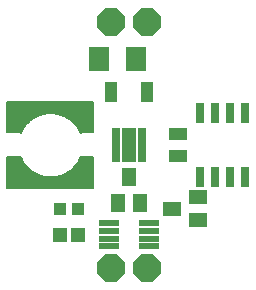
<source format=gts>
G75*
%MOIN*%
%OFA0B0*%
%FSLAX25Y25*%
%IPPOS*%
%LPD*%
%AMOC8*
5,1,8,0,0,1.08239X$1,22.5*
%
%ADD10R,0.05918X0.04343*%
%ADD11R,0.02965X0.06706*%
%ADD12R,0.04737X0.06312*%
%ADD13R,0.02965X0.11824*%
%ADD14R,0.04737X0.11824*%
%ADD15OC8,0.09400*%
%ADD16R,0.05800X0.05800*%
%ADD17C,0.00500*%
%ADD18C,0.00160*%
%ADD19R,0.07099X0.08280*%
%ADD20R,0.04343X0.07099*%
%ADD21R,0.07099X0.01981*%
%ADD22R,0.04540X0.04540*%
%ADD23R,0.03950X0.03950*%
%ADD24R,0.06312X0.04737*%
D10*
X0062850Y0044110D03*
X0062850Y0051590D03*
D11*
X0070350Y0058480D03*
X0075350Y0058480D03*
X0080350Y0058480D03*
X0085350Y0058480D03*
X0085350Y0037220D03*
X0080350Y0037220D03*
X0075350Y0037220D03*
X0070350Y0037220D03*
D12*
X0050340Y0028519D03*
X0042860Y0028519D03*
X0046600Y0037181D03*
D13*
X0042171Y0047850D03*
X0051029Y0047850D03*
D14*
X0046600Y0047850D03*
D15*
X0040600Y0088850D03*
X0052600Y0088850D03*
X0052600Y0006850D03*
X0040600Y0006850D03*
D16*
X0008539Y0036039D03*
X0008539Y0059661D03*
D17*
X0005980Y0059680D02*
X0034720Y0059680D01*
X0034720Y0059182D02*
X0005980Y0059182D01*
X0005980Y0058683D02*
X0018277Y0058683D01*
X0017721Y0058680D02*
X0016418Y0058454D01*
X0015169Y0058018D01*
X0014009Y0057383D01*
X0012969Y0056566D01*
X0012077Y0055589D01*
X0011357Y0054479D01*
X0010829Y0053267D01*
X0010507Y0051984D01*
X0005980Y0051984D01*
X0005980Y0062220D01*
X0034720Y0062220D01*
X0034720Y0051984D01*
X0030193Y0051984D01*
X0029830Y0053241D01*
X0029276Y0054426D01*
X0028542Y0055510D01*
X0027649Y0056466D01*
X0026617Y0057270D01*
X0025471Y0057903D01*
X0024241Y0058349D01*
X0022956Y0058597D01*
X0021649Y0058641D01*
X0020350Y0058480D01*
X0019044Y0058688D01*
X0017721Y0058680D01*
X0019076Y0058683D02*
X0034720Y0058683D01*
X0034720Y0058185D02*
X0024695Y0058185D01*
X0025864Y0057686D02*
X0034720Y0057686D01*
X0034720Y0057188D02*
X0026723Y0057188D01*
X0027362Y0056689D02*
X0034720Y0056689D01*
X0034720Y0056191D02*
X0027906Y0056191D01*
X0028372Y0055692D02*
X0034720Y0055692D01*
X0034720Y0055194D02*
X0028757Y0055194D01*
X0029094Y0054695D02*
X0034720Y0054695D01*
X0034720Y0054197D02*
X0029383Y0054197D01*
X0029616Y0053698D02*
X0034720Y0053698D01*
X0034720Y0053200D02*
X0029842Y0053200D01*
X0029986Y0052701D02*
X0034720Y0052701D01*
X0034720Y0052203D02*
X0030129Y0052203D01*
X0034720Y0060179D02*
X0005980Y0060179D01*
X0005980Y0060677D02*
X0034720Y0060677D01*
X0034720Y0061176D02*
X0005980Y0061176D01*
X0005980Y0061674D02*
X0034720Y0061674D01*
X0034720Y0062173D02*
X0005980Y0062173D01*
X0005980Y0058185D02*
X0015647Y0058185D01*
X0014564Y0057686D02*
X0005980Y0057686D01*
X0005980Y0057188D02*
X0013761Y0057188D01*
X0013127Y0056689D02*
X0005980Y0056689D01*
X0005980Y0056191D02*
X0012627Y0056191D01*
X0012171Y0055692D02*
X0005980Y0055692D01*
X0005980Y0055194D02*
X0011821Y0055194D01*
X0011497Y0054695D02*
X0005980Y0054695D01*
X0005980Y0054197D02*
X0011234Y0054197D01*
X0011017Y0053698D02*
X0005980Y0053698D01*
X0005980Y0053200D02*
X0010813Y0053200D01*
X0010687Y0052701D02*
X0005980Y0052701D01*
X0005980Y0052203D02*
X0010562Y0052203D01*
X0010507Y0043716D02*
X0005980Y0043716D01*
X0005980Y0033480D01*
X0034720Y0033480D01*
X0034720Y0043716D01*
X0030193Y0043716D01*
X0029871Y0042433D01*
X0029343Y0041221D01*
X0028623Y0040111D01*
X0027731Y0039134D01*
X0026691Y0038317D01*
X0025531Y0037682D01*
X0024282Y0037246D01*
X0022979Y0037020D01*
X0021656Y0037012D01*
X0020350Y0037220D01*
X0019051Y0037059D01*
X0017744Y0037103D01*
X0016459Y0037351D01*
X0015229Y0037797D01*
X0014083Y0038430D01*
X0013051Y0039234D01*
X0012158Y0040190D01*
X0011424Y0041274D01*
X0010870Y0042459D01*
X0010507Y0043716D01*
X0010648Y0043229D02*
X0005980Y0043229D01*
X0005980Y0042731D02*
X0010791Y0042731D01*
X0010976Y0042232D02*
X0005980Y0042232D01*
X0005980Y0041734D02*
X0011209Y0041734D01*
X0011450Y0041235D02*
X0005980Y0041235D01*
X0005980Y0040737D02*
X0011787Y0040737D01*
X0012125Y0040238D02*
X0005980Y0040238D01*
X0005980Y0039740D02*
X0012578Y0039740D01*
X0013044Y0039241D02*
X0005980Y0039241D01*
X0005980Y0038743D02*
X0013681Y0038743D01*
X0014419Y0038244D02*
X0005980Y0038244D01*
X0005980Y0037746D02*
X0015369Y0037746D01*
X0016995Y0037247D02*
X0005980Y0037247D01*
X0005980Y0036749D02*
X0034720Y0036749D01*
X0034720Y0037247D02*
X0024286Y0037247D01*
X0025647Y0037746D02*
X0034720Y0037746D01*
X0034720Y0038244D02*
X0026557Y0038244D01*
X0027232Y0038743D02*
X0034720Y0038743D01*
X0034720Y0039241D02*
X0027828Y0039241D01*
X0028284Y0039740D02*
X0034720Y0039740D01*
X0034720Y0040238D02*
X0028706Y0040238D01*
X0029029Y0040737D02*
X0034720Y0040737D01*
X0034720Y0041235D02*
X0029349Y0041235D01*
X0029566Y0041734D02*
X0034720Y0041734D01*
X0034720Y0042232D02*
X0029783Y0042232D01*
X0029945Y0042731D02*
X0034720Y0042731D01*
X0034720Y0043229D02*
X0030070Y0043229D01*
X0034720Y0036250D02*
X0005980Y0036250D01*
X0005980Y0035752D02*
X0034720Y0035752D01*
X0034720Y0035253D02*
X0005980Y0035253D01*
X0005980Y0034755D02*
X0034720Y0034755D01*
X0034720Y0034256D02*
X0005980Y0034256D01*
X0005980Y0033758D02*
X0034720Y0033758D01*
D18*
X0031454Y0052493D02*
X0030127Y0051935D01*
X0030022Y0052173D01*
X0029910Y0052408D01*
X0029794Y0052640D01*
X0029671Y0052869D01*
X0029543Y0053095D01*
X0029409Y0053318D01*
X0029270Y0053538D01*
X0029126Y0053754D01*
X0028976Y0053967D01*
X0028822Y0054176D01*
X0028662Y0054381D01*
X0028497Y0054582D01*
X0028328Y0054779D01*
X0028154Y0054972D01*
X0027975Y0055160D01*
X0027791Y0055344D01*
X0027603Y0055524D01*
X0027411Y0055699D01*
X0027214Y0055869D01*
X0027014Y0056034D01*
X0026809Y0056195D01*
X0026601Y0056350D01*
X0026389Y0056500D01*
X0026173Y0056646D01*
X0025954Y0056785D01*
X0025732Y0056920D01*
X0025506Y0057048D01*
X0025277Y0057172D01*
X0025045Y0057290D01*
X0024811Y0057402D01*
X0024574Y0057508D01*
X0024334Y0057608D01*
X0024092Y0057703D01*
X0023847Y0057792D01*
X0023601Y0057874D01*
X0023353Y0057951D01*
X0023102Y0058021D01*
X0022851Y0058086D01*
X0022597Y0058144D01*
X0022343Y0058196D01*
X0022087Y0058242D01*
X0021830Y0058282D01*
X0021572Y0058315D01*
X0021313Y0058342D01*
X0021054Y0058363D01*
X0020795Y0058377D01*
X0020535Y0058385D01*
X0020275Y0058387D01*
X0020015Y0058382D01*
X0019756Y0058371D01*
X0019496Y0058354D01*
X0019237Y0058330D01*
X0018979Y0058300D01*
X0018722Y0058264D01*
X0018465Y0058222D01*
X0018210Y0058173D01*
X0017956Y0058118D01*
X0017703Y0058057D01*
X0017452Y0057990D01*
X0017203Y0057916D01*
X0016955Y0057837D01*
X0016710Y0057751D01*
X0016467Y0057660D01*
X0016225Y0057563D01*
X0015987Y0057460D01*
X0015751Y0057351D01*
X0015518Y0057236D01*
X0015287Y0057116D01*
X0015060Y0056990D01*
X0014836Y0056858D01*
X0014615Y0056722D01*
X0014397Y0056579D01*
X0014183Y0056432D01*
X0013973Y0056279D01*
X0013766Y0056122D01*
X0013563Y0055959D01*
X0013365Y0055791D01*
X0013170Y0055619D01*
X0012980Y0055442D01*
X0012794Y0055260D01*
X0012612Y0055074D01*
X0012436Y0054883D01*
X0012263Y0054689D01*
X0012096Y0054490D01*
X0011934Y0054287D01*
X0011776Y0054080D01*
X0011624Y0053869D01*
X0011477Y0053655D01*
X0011335Y0053437D01*
X0011199Y0053216D01*
X0011067Y0052992D01*
X0010942Y0052764D01*
X0010822Y0052533D01*
X0010708Y0052300D01*
X0010599Y0052064D01*
X0010496Y0051825D01*
X0009163Y0052368D01*
X0009279Y0052640D01*
X0009402Y0052908D01*
X0009532Y0053173D01*
X0009668Y0053435D01*
X0009810Y0053694D01*
X0009959Y0053949D01*
X0010114Y0054201D01*
X0010275Y0054448D01*
X0010442Y0054692D01*
X0010615Y0054931D01*
X0010793Y0055166D01*
X0010978Y0055397D01*
X0011168Y0055623D01*
X0011363Y0055844D01*
X0011564Y0056061D01*
X0011770Y0056272D01*
X0011981Y0056479D01*
X0012197Y0056680D01*
X0012418Y0056876D01*
X0012643Y0057067D01*
X0012873Y0057252D01*
X0013108Y0057431D01*
X0013347Y0057604D01*
X0013590Y0057772D01*
X0013837Y0057934D01*
X0014088Y0058089D01*
X0014343Y0058239D01*
X0014601Y0058382D01*
X0014863Y0058519D01*
X0015128Y0058649D01*
X0015396Y0058773D01*
X0015667Y0058890D01*
X0015941Y0059001D01*
X0016217Y0059105D01*
X0016496Y0059202D01*
X0016777Y0059292D01*
X0017060Y0059375D01*
X0017345Y0059452D01*
X0017632Y0059521D01*
X0017921Y0059584D01*
X0018211Y0059639D01*
X0018502Y0059687D01*
X0018795Y0059729D01*
X0019088Y0059763D01*
X0019382Y0059789D01*
X0019677Y0059809D01*
X0019972Y0059822D01*
X0020267Y0059827D01*
X0020562Y0059825D01*
X0020857Y0059816D01*
X0021152Y0059799D01*
X0021447Y0059776D01*
X0021740Y0059745D01*
X0022033Y0059707D01*
X0022325Y0059662D01*
X0022616Y0059610D01*
X0022905Y0059551D01*
X0023193Y0059485D01*
X0023479Y0059411D01*
X0023763Y0059331D01*
X0024045Y0059244D01*
X0024325Y0059150D01*
X0024602Y0059049D01*
X0024877Y0058942D01*
X0025150Y0058828D01*
X0025419Y0058707D01*
X0025686Y0058579D01*
X0025949Y0058446D01*
X0026209Y0058305D01*
X0026465Y0058159D01*
X0026718Y0058006D01*
X0026967Y0057847D01*
X0027212Y0057682D01*
X0027452Y0057512D01*
X0027689Y0057335D01*
X0027921Y0057153D01*
X0028149Y0056965D01*
X0028372Y0056771D01*
X0028590Y0056572D01*
X0028804Y0056368D01*
X0029012Y0056159D01*
X0029215Y0055945D01*
X0029413Y0055725D01*
X0029605Y0055501D01*
X0029792Y0055273D01*
X0029974Y0055040D01*
X0030149Y0054802D01*
X0030319Y0054561D01*
X0030483Y0054315D01*
X0030640Y0054065D01*
X0030792Y0053812D01*
X0030937Y0053555D01*
X0031076Y0053294D01*
X0031209Y0053031D01*
X0031335Y0052764D01*
X0031455Y0052494D01*
X0031315Y0052435D01*
X0031197Y0052702D01*
X0031073Y0052965D01*
X0030942Y0053226D01*
X0030804Y0053483D01*
X0030661Y0053737D01*
X0030511Y0053987D01*
X0030356Y0054234D01*
X0030194Y0054476D01*
X0030026Y0054715D01*
X0029853Y0054949D01*
X0029674Y0055179D01*
X0029489Y0055405D01*
X0029299Y0055626D01*
X0029104Y0055843D01*
X0028903Y0056054D01*
X0028698Y0056261D01*
X0028487Y0056462D01*
X0028271Y0056659D01*
X0028051Y0056850D01*
X0027826Y0057035D01*
X0027597Y0057215D01*
X0027363Y0057390D01*
X0027125Y0057558D01*
X0026883Y0057721D01*
X0026638Y0057878D01*
X0026388Y0058029D01*
X0026135Y0058174D01*
X0025878Y0058312D01*
X0025618Y0058444D01*
X0025355Y0058570D01*
X0025089Y0058689D01*
X0024820Y0058802D01*
X0024549Y0058908D01*
X0024275Y0059008D01*
X0023998Y0059100D01*
X0023720Y0059186D01*
X0023439Y0059266D01*
X0023157Y0059338D01*
X0022873Y0059403D01*
X0022587Y0059462D01*
X0022300Y0059513D01*
X0022012Y0059558D01*
X0021723Y0059595D01*
X0021433Y0059625D01*
X0021142Y0059649D01*
X0020851Y0059665D01*
X0020559Y0059674D01*
X0020268Y0059676D01*
X0019976Y0059671D01*
X0019685Y0059658D01*
X0019394Y0059639D01*
X0019104Y0059612D01*
X0018814Y0059579D01*
X0018525Y0059538D01*
X0018238Y0059490D01*
X0017951Y0059436D01*
X0017666Y0059374D01*
X0017383Y0059306D01*
X0017101Y0059230D01*
X0016822Y0059148D01*
X0016544Y0059059D01*
X0016269Y0058963D01*
X0015996Y0058860D01*
X0015725Y0058751D01*
X0015458Y0058635D01*
X0015193Y0058513D01*
X0014932Y0058384D01*
X0014673Y0058249D01*
X0014418Y0058108D01*
X0014167Y0057960D01*
X0013919Y0057807D01*
X0013675Y0057647D01*
X0013435Y0057482D01*
X0013199Y0057310D01*
X0012967Y0057133D01*
X0012740Y0056951D01*
X0012517Y0056762D01*
X0012299Y0056569D01*
X0012086Y0056370D01*
X0011877Y0056166D01*
X0011674Y0055957D01*
X0011476Y0055744D01*
X0011283Y0055525D01*
X0011095Y0055302D01*
X0010913Y0055074D01*
X0010737Y0054842D01*
X0010566Y0054605D01*
X0010401Y0054365D01*
X0010242Y0054121D01*
X0010089Y0053872D01*
X0009942Y0053620D01*
X0009802Y0053365D01*
X0009667Y0053106D01*
X0009539Y0052844D01*
X0009418Y0052579D01*
X0009302Y0052311D01*
X0009442Y0052254D01*
X0009556Y0052519D01*
X0009676Y0052781D01*
X0009802Y0053039D01*
X0009935Y0053295D01*
X0010074Y0053547D01*
X0010219Y0053795D01*
X0010370Y0054040D01*
X0010527Y0054282D01*
X0010690Y0054519D01*
X0010858Y0054753D01*
X0011033Y0054982D01*
X0011212Y0055207D01*
X0011398Y0055427D01*
X0011588Y0055643D01*
X0011784Y0055854D01*
X0011985Y0056060D01*
X0012190Y0056261D01*
X0012401Y0056458D01*
X0012616Y0056649D01*
X0012836Y0056834D01*
X0013061Y0057015D01*
X0013289Y0057189D01*
X0013522Y0057359D01*
X0013759Y0057522D01*
X0014000Y0057680D01*
X0014245Y0057831D01*
X0014493Y0057977D01*
X0014745Y0058116D01*
X0015000Y0058250D01*
X0015258Y0058377D01*
X0015520Y0058497D01*
X0015784Y0058612D01*
X0016051Y0058719D01*
X0016320Y0058821D01*
X0016592Y0058915D01*
X0016866Y0059003D01*
X0017142Y0059085D01*
X0017421Y0059159D01*
X0017700Y0059227D01*
X0017982Y0059288D01*
X0018264Y0059342D01*
X0018548Y0059389D01*
X0018833Y0059429D01*
X0019119Y0059462D01*
X0019406Y0059488D01*
X0019693Y0059508D01*
X0019981Y0059520D01*
X0020269Y0059525D01*
X0020557Y0059523D01*
X0020844Y0059514D01*
X0021132Y0059498D01*
X0021419Y0059475D01*
X0021705Y0059445D01*
X0021990Y0059408D01*
X0022275Y0059364D01*
X0022558Y0059314D01*
X0022840Y0059256D01*
X0023121Y0059191D01*
X0023400Y0059120D01*
X0023677Y0059042D01*
X0023952Y0058957D01*
X0024225Y0058865D01*
X0024495Y0058767D01*
X0024763Y0058662D01*
X0025029Y0058551D01*
X0025292Y0058433D01*
X0025551Y0058309D01*
X0025808Y0058178D01*
X0026061Y0058042D01*
X0026311Y0057899D01*
X0026558Y0057750D01*
X0026800Y0057595D01*
X0027039Y0057435D01*
X0027274Y0057268D01*
X0027505Y0057096D01*
X0027731Y0056918D01*
X0027953Y0056735D01*
X0028171Y0056546D01*
X0028383Y0056352D01*
X0028591Y0056153D01*
X0028794Y0055949D01*
X0028993Y0055741D01*
X0029185Y0055527D01*
X0029373Y0055309D01*
X0029555Y0055086D01*
X0029732Y0054859D01*
X0029903Y0054627D01*
X0030069Y0054392D01*
X0030228Y0054152D01*
X0030382Y0053909D01*
X0030530Y0053662D01*
X0030672Y0053411D01*
X0030807Y0053157D01*
X0030937Y0052900D01*
X0031060Y0052640D01*
X0031176Y0052377D01*
X0031037Y0052318D01*
X0030922Y0052578D01*
X0030800Y0052835D01*
X0030673Y0053089D01*
X0030539Y0053339D01*
X0030399Y0053587D01*
X0030253Y0053830D01*
X0030101Y0054071D01*
X0029944Y0054307D01*
X0029780Y0054540D01*
X0029611Y0054768D01*
X0029437Y0054992D01*
X0029257Y0055212D01*
X0029072Y0055428D01*
X0028881Y0055639D01*
X0028686Y0055845D01*
X0028485Y0056046D01*
X0028280Y0056242D01*
X0028070Y0056434D01*
X0027855Y0056620D01*
X0027636Y0056801D01*
X0027412Y0056976D01*
X0027185Y0057146D01*
X0026953Y0057311D01*
X0026717Y0057469D01*
X0026477Y0057622D01*
X0026234Y0057769D01*
X0025988Y0057910D01*
X0025737Y0058045D01*
X0025484Y0058174D01*
X0025228Y0058296D01*
X0024968Y0058412D01*
X0024706Y0058522D01*
X0024442Y0058626D01*
X0024175Y0058723D01*
X0023905Y0058813D01*
X0023634Y0058897D01*
X0023360Y0058974D01*
X0023085Y0059045D01*
X0022808Y0059108D01*
X0022530Y0059165D01*
X0022250Y0059215D01*
X0021969Y0059259D01*
X0021687Y0059295D01*
X0021405Y0059325D01*
X0021121Y0059347D01*
X0020838Y0059363D01*
X0020554Y0059372D01*
X0020270Y0059374D01*
X0019985Y0059369D01*
X0019702Y0059357D01*
X0019418Y0059338D01*
X0019135Y0059312D01*
X0018853Y0059279D01*
X0018571Y0059240D01*
X0018291Y0059193D01*
X0018012Y0059140D01*
X0017734Y0059080D01*
X0017458Y0059013D01*
X0017184Y0058939D01*
X0016911Y0058859D01*
X0016640Y0058772D01*
X0016372Y0058679D01*
X0016106Y0058579D01*
X0015843Y0058472D01*
X0015582Y0058360D01*
X0015324Y0058241D01*
X0015069Y0058115D01*
X0014817Y0057984D01*
X0014568Y0057846D01*
X0014323Y0057702D01*
X0014082Y0057552D01*
X0013844Y0057397D01*
X0013610Y0057236D01*
X0013380Y0057069D01*
X0013154Y0056896D01*
X0012933Y0056718D01*
X0012716Y0056535D01*
X0012503Y0056346D01*
X0012295Y0056153D01*
X0012092Y0055954D01*
X0011894Y0055750D01*
X0011700Y0055542D01*
X0011512Y0055329D01*
X0011330Y0055111D01*
X0011152Y0054890D01*
X0010980Y0054663D01*
X0010814Y0054433D01*
X0010653Y0054199D01*
X0010498Y0053960D01*
X0010349Y0053719D01*
X0010206Y0053473D01*
X0010069Y0053224D01*
X0009938Y0052972D01*
X0009813Y0052717D01*
X0009694Y0052459D01*
X0009582Y0052197D01*
X0009722Y0052140D01*
X0009833Y0052398D01*
X0009950Y0052653D01*
X0010073Y0052905D01*
X0010202Y0053154D01*
X0010338Y0053399D01*
X0010479Y0053642D01*
X0010626Y0053880D01*
X0010779Y0054115D01*
X0010938Y0054347D01*
X0011102Y0054574D01*
X0011272Y0054797D01*
X0011447Y0055016D01*
X0011627Y0055231D01*
X0011813Y0055441D01*
X0012004Y0055647D01*
X0012199Y0055848D01*
X0012400Y0056044D01*
X0012605Y0056235D01*
X0012815Y0056421D01*
X0013029Y0056602D01*
X0013248Y0056778D01*
X0013471Y0056948D01*
X0013698Y0057113D01*
X0013929Y0057272D01*
X0014163Y0057425D01*
X0014402Y0057573D01*
X0014644Y0057715D01*
X0014889Y0057851D01*
X0015138Y0057981D01*
X0015389Y0058104D01*
X0015644Y0058222D01*
X0015901Y0058333D01*
X0016161Y0058438D01*
X0016424Y0058537D01*
X0016689Y0058629D01*
X0016956Y0058715D01*
X0017225Y0058794D01*
X0017496Y0058867D01*
X0017768Y0058933D01*
X0018042Y0058992D01*
X0018318Y0059045D01*
X0018594Y0059090D01*
X0018872Y0059130D01*
X0019151Y0059162D01*
X0019430Y0059187D01*
X0019710Y0059206D01*
X0019990Y0059218D01*
X0020270Y0059223D01*
X0020551Y0059221D01*
X0020831Y0059212D01*
X0021111Y0059197D01*
X0021391Y0059174D01*
X0021670Y0059145D01*
X0021948Y0059109D01*
X0022225Y0059067D01*
X0022501Y0059017D01*
X0022776Y0058961D01*
X0023049Y0058898D01*
X0023321Y0058828D01*
X0023591Y0058752D01*
X0023859Y0058669D01*
X0024125Y0058580D01*
X0024388Y0058485D01*
X0024649Y0058382D01*
X0024908Y0058274D01*
X0025164Y0058159D01*
X0025417Y0058038D01*
X0025667Y0057911D01*
X0025914Y0057778D01*
X0026157Y0057639D01*
X0026397Y0057494D01*
X0026634Y0057343D01*
X0026867Y0057187D01*
X0027095Y0057024D01*
X0027320Y0056857D01*
X0027541Y0056684D01*
X0027757Y0056505D01*
X0027969Y0056321D01*
X0028176Y0056133D01*
X0028379Y0055939D01*
X0028577Y0055740D01*
X0028770Y0055537D01*
X0028958Y0055328D01*
X0029141Y0055116D01*
X0029318Y0054899D01*
X0029491Y0054677D01*
X0029657Y0054452D01*
X0029819Y0054222D01*
X0029974Y0053989D01*
X0030124Y0053752D01*
X0030268Y0053511D01*
X0030406Y0053267D01*
X0030538Y0053020D01*
X0030664Y0052769D01*
X0030784Y0052516D01*
X0030898Y0052259D01*
X0030759Y0052201D01*
X0030646Y0052454D01*
X0030528Y0052704D01*
X0030404Y0052951D01*
X0030273Y0053195D01*
X0030137Y0053436D01*
X0029995Y0053674D01*
X0029847Y0053908D01*
X0029693Y0054138D01*
X0029534Y0054364D01*
X0029370Y0054587D01*
X0029200Y0054805D01*
X0029024Y0055019D01*
X0028844Y0055229D01*
X0028659Y0055435D01*
X0028468Y0055635D01*
X0028273Y0055831D01*
X0028073Y0056023D01*
X0027868Y0056209D01*
X0027659Y0056390D01*
X0027446Y0056566D01*
X0027228Y0056737D01*
X0027006Y0056903D01*
X0026780Y0057063D01*
X0026551Y0057217D01*
X0026317Y0057366D01*
X0026080Y0057509D01*
X0025840Y0057646D01*
X0025597Y0057778D01*
X0025350Y0057903D01*
X0025100Y0058022D01*
X0024848Y0058136D01*
X0024592Y0058243D01*
X0024335Y0058343D01*
X0024075Y0058438D01*
X0023812Y0058526D01*
X0023548Y0058607D01*
X0023281Y0058683D01*
X0023013Y0058751D01*
X0022744Y0058813D01*
X0022472Y0058869D01*
X0022200Y0058918D01*
X0021927Y0058960D01*
X0021652Y0058995D01*
X0021377Y0059024D01*
X0021101Y0059046D01*
X0020825Y0059061D01*
X0020548Y0059070D01*
X0020271Y0059072D01*
X0019995Y0059067D01*
X0019718Y0059055D01*
X0019442Y0059037D01*
X0019166Y0059012D01*
X0018891Y0058980D01*
X0018617Y0058941D01*
X0018344Y0058896D01*
X0018073Y0058844D01*
X0017802Y0058786D01*
X0017533Y0058720D01*
X0017266Y0058649D01*
X0017000Y0058571D01*
X0016737Y0058486D01*
X0016475Y0058395D01*
X0016216Y0058298D01*
X0015960Y0058194D01*
X0015706Y0058084D01*
X0015455Y0057968D01*
X0015206Y0057846D01*
X0014961Y0057718D01*
X0014719Y0057584D01*
X0014480Y0057444D01*
X0014245Y0057298D01*
X0014013Y0057147D01*
X0013785Y0056990D01*
X0013561Y0056827D01*
X0013341Y0056659D01*
X0013126Y0056486D01*
X0012914Y0056307D01*
X0012707Y0056124D01*
X0012505Y0055935D01*
X0012307Y0055742D01*
X0012114Y0055543D01*
X0011925Y0055341D01*
X0011742Y0055133D01*
X0011564Y0054921D01*
X0011391Y0054705D01*
X0011224Y0054485D01*
X0011062Y0054260D01*
X0010905Y0054032D01*
X0010754Y0053800D01*
X0010609Y0053565D01*
X0010469Y0053326D01*
X0010336Y0053083D01*
X0010208Y0052838D01*
X0010087Y0052589D01*
X0009971Y0052338D01*
X0009862Y0052084D01*
X0010002Y0052027D01*
X0010110Y0052277D01*
X0010224Y0052525D01*
X0010344Y0052771D01*
X0010469Y0053013D01*
X0010601Y0053252D01*
X0010739Y0053488D01*
X0010882Y0053720D01*
X0011031Y0053949D01*
X0011186Y0054174D01*
X0011346Y0054396D01*
X0011511Y0054613D01*
X0011681Y0054826D01*
X0011857Y0055035D01*
X0012038Y0055240D01*
X0012224Y0055440D01*
X0012414Y0055636D01*
X0012609Y0055826D01*
X0012809Y0056012D01*
X0013013Y0056194D01*
X0013222Y0056370D01*
X0013435Y0056541D01*
X0013652Y0056706D01*
X0013873Y0056867D01*
X0014098Y0057022D01*
X0014326Y0057171D01*
X0014558Y0057315D01*
X0014794Y0057453D01*
X0015033Y0057585D01*
X0015275Y0057712D01*
X0015520Y0057832D01*
X0015768Y0057947D01*
X0016018Y0058055D01*
X0016272Y0058157D01*
X0016527Y0058253D01*
X0016785Y0058343D01*
X0017045Y0058426D01*
X0017307Y0058504D01*
X0017571Y0058574D01*
X0017836Y0058638D01*
X0018103Y0058696D01*
X0018371Y0058747D01*
X0018640Y0058792D01*
X0018911Y0058830D01*
X0019182Y0058861D01*
X0019454Y0058886D01*
X0019726Y0058904D01*
X0019999Y0058916D01*
X0020272Y0058921D01*
X0020545Y0058919D01*
X0020818Y0058911D01*
X0021091Y0058895D01*
X0021363Y0058874D01*
X0021634Y0058845D01*
X0021905Y0058810D01*
X0022175Y0058769D01*
X0022444Y0058721D01*
X0022711Y0058666D01*
X0022977Y0058605D01*
X0023242Y0058537D01*
X0023505Y0058463D01*
X0023766Y0058382D01*
X0024024Y0058295D01*
X0024281Y0058202D01*
X0024535Y0058103D01*
X0024787Y0057997D01*
X0025036Y0057886D01*
X0025283Y0057768D01*
X0025526Y0057644D01*
X0025766Y0057515D01*
X0026004Y0057379D01*
X0026237Y0057238D01*
X0026467Y0057091D01*
X0026694Y0056939D01*
X0026917Y0056781D01*
X0027136Y0056618D01*
X0027350Y0056449D01*
X0027561Y0056275D01*
X0027767Y0056097D01*
X0027969Y0055913D01*
X0028167Y0055724D01*
X0028359Y0055531D01*
X0028547Y0055332D01*
X0028730Y0055130D01*
X0028908Y0054923D01*
X0029081Y0054712D01*
X0029249Y0054496D01*
X0029411Y0054277D01*
X0029568Y0054053D01*
X0029720Y0053826D01*
X0029866Y0053595D01*
X0030006Y0053361D01*
X0030141Y0053123D01*
X0030269Y0052883D01*
X0030392Y0052639D01*
X0030509Y0052392D01*
X0030619Y0052142D01*
X0030480Y0052084D01*
X0030371Y0052330D01*
X0030256Y0052573D01*
X0030135Y0052814D01*
X0030008Y0053052D01*
X0029875Y0053286D01*
X0029737Y0053517D01*
X0029593Y0053745D01*
X0029443Y0053969D01*
X0029288Y0054189D01*
X0029128Y0054406D01*
X0028963Y0054618D01*
X0028792Y0054826D01*
X0028616Y0055031D01*
X0028436Y0055230D01*
X0028251Y0055426D01*
X0028060Y0055617D01*
X0027866Y0055803D01*
X0027667Y0055984D01*
X0027463Y0056160D01*
X0027255Y0056332D01*
X0027043Y0056498D01*
X0026827Y0056659D01*
X0026608Y0056815D01*
X0026384Y0056965D01*
X0026157Y0057110D01*
X0025927Y0057249D01*
X0025693Y0057383D01*
X0025456Y0057511D01*
X0025216Y0057633D01*
X0024973Y0057749D01*
X0024727Y0057859D01*
X0024478Y0057963D01*
X0024228Y0058061D01*
X0023974Y0058153D01*
X0023719Y0058239D01*
X0023462Y0058318D01*
X0023202Y0058391D01*
X0022942Y0058458D01*
X0022679Y0058518D01*
X0022415Y0058572D01*
X0022150Y0058620D01*
X0021884Y0058661D01*
X0021617Y0058695D01*
X0021349Y0058723D01*
X0021080Y0058745D01*
X0020812Y0058760D01*
X0020542Y0058768D01*
X0020273Y0058770D01*
X0020004Y0058765D01*
X0019735Y0058754D01*
X0019466Y0058736D01*
X0019198Y0058711D01*
X0018930Y0058680D01*
X0018663Y0058643D01*
X0018398Y0058599D01*
X0018133Y0058548D01*
X0017870Y0058491D01*
X0017608Y0058428D01*
X0017348Y0058358D01*
X0017090Y0058282D01*
X0016833Y0058200D01*
X0016579Y0058111D01*
X0016327Y0058017D01*
X0016077Y0057916D01*
X0015830Y0057809D01*
X0015585Y0057696D01*
X0015343Y0057577D01*
X0015105Y0057452D01*
X0014869Y0057322D01*
X0014637Y0057186D01*
X0014408Y0057044D01*
X0014182Y0056897D01*
X0013961Y0056744D01*
X0013743Y0056586D01*
X0013529Y0056422D01*
X0013319Y0056254D01*
X0013113Y0056080D01*
X0012911Y0055901D01*
X0012714Y0055718D01*
X0012521Y0055529D01*
X0012334Y0055336D01*
X0012150Y0055139D01*
X0011972Y0054937D01*
X0011799Y0054731D01*
X0011630Y0054521D01*
X0011467Y0054306D01*
X0011310Y0054088D01*
X0011157Y0053866D01*
X0011010Y0053640D01*
X0010869Y0053411D01*
X0010733Y0053178D01*
X0010603Y0052943D01*
X0010479Y0052704D01*
X0010360Y0052462D01*
X0010248Y0052217D01*
X0010141Y0051970D01*
X0010281Y0051913D01*
X0010386Y0052157D01*
X0010497Y0052398D01*
X0010614Y0052636D01*
X0010737Y0052872D01*
X0010865Y0053105D01*
X0010999Y0053334D01*
X0011138Y0053560D01*
X0011283Y0053783D01*
X0011434Y0054002D01*
X0011589Y0054217D01*
X0011750Y0054428D01*
X0011916Y0054636D01*
X0012087Y0054839D01*
X0012263Y0055038D01*
X0012443Y0055233D01*
X0012629Y0055423D01*
X0012819Y0055609D01*
X0013013Y0055790D01*
X0013212Y0055966D01*
X0013415Y0056137D01*
X0013622Y0056304D01*
X0013833Y0056465D01*
X0014048Y0056621D01*
X0014267Y0056772D01*
X0014489Y0056917D01*
X0014715Y0057057D01*
X0014944Y0057191D01*
X0015177Y0057320D01*
X0015412Y0057443D01*
X0015651Y0057560D01*
X0015892Y0057671D01*
X0016135Y0057777D01*
X0016382Y0057876D01*
X0016630Y0057969D01*
X0016881Y0058057D01*
X0017134Y0058138D01*
X0017389Y0058213D01*
X0017646Y0058282D01*
X0017904Y0058344D01*
X0018163Y0058400D01*
X0018424Y0058450D01*
X0018686Y0058493D01*
X0018949Y0058530D01*
X0019213Y0058561D01*
X0019478Y0058585D01*
X0019743Y0058603D01*
X0020008Y0058614D01*
X0020274Y0058619D01*
X0020539Y0058617D01*
X0020805Y0058609D01*
X0021070Y0058594D01*
X0021335Y0058573D01*
X0021599Y0058545D01*
X0021863Y0058511D01*
X0022125Y0058471D01*
X0022387Y0058424D01*
X0022647Y0058371D01*
X0022906Y0058311D01*
X0023163Y0058245D01*
X0023419Y0058173D01*
X0023672Y0058095D01*
X0023924Y0058010D01*
X0024174Y0057920D01*
X0024421Y0057823D01*
X0024666Y0057720D01*
X0024909Y0057612D01*
X0025148Y0057497D01*
X0025385Y0057377D01*
X0025619Y0057251D01*
X0025850Y0057119D01*
X0026077Y0056982D01*
X0026301Y0056839D01*
X0026521Y0056691D01*
X0026738Y0056537D01*
X0026951Y0056379D01*
X0027160Y0056215D01*
X0027365Y0056046D01*
X0027566Y0055872D01*
X0027762Y0055693D01*
X0027954Y0055509D01*
X0028142Y0055321D01*
X0028325Y0055128D01*
X0028503Y0054931D01*
X0028676Y0054730D01*
X0028844Y0054524D01*
X0029007Y0054315D01*
X0029165Y0054101D01*
X0029318Y0053884D01*
X0029466Y0053663D01*
X0029608Y0053439D01*
X0029744Y0053211D01*
X0029875Y0052980D01*
X0030000Y0052745D01*
X0030120Y0052508D01*
X0030233Y0052268D01*
X0030341Y0052025D01*
X0030202Y0051967D01*
X0030096Y0052206D01*
X0029984Y0052443D01*
X0029866Y0052677D01*
X0029742Y0052908D01*
X0029613Y0053136D01*
X0029479Y0053360D01*
X0029338Y0053582D01*
X0029193Y0053800D01*
X0029042Y0054014D01*
X0028887Y0054224D01*
X0028726Y0054431D01*
X0028560Y0054634D01*
X0028389Y0054832D01*
X0028213Y0055026D01*
X0028033Y0055216D01*
X0027848Y0055402D01*
X0027659Y0055583D01*
X0027465Y0055759D01*
X0027267Y0055931D01*
X0027065Y0056097D01*
X0026859Y0056259D01*
X0026649Y0056416D01*
X0026435Y0056567D01*
X0026218Y0056713D01*
X0025997Y0056854D01*
X0025773Y0056989D01*
X0025545Y0057119D01*
X0025315Y0057243D01*
X0025081Y0057362D01*
X0024845Y0057475D01*
X0024606Y0057582D01*
X0024364Y0057683D01*
X0024120Y0057779D01*
X0023874Y0057868D01*
X0023626Y0057951D01*
X0023376Y0058029D01*
X0023124Y0058100D01*
X0022870Y0058165D01*
X0022615Y0058223D01*
X0022358Y0058276D01*
X0022100Y0058322D01*
X0021841Y0058362D01*
X0021581Y0058395D01*
X0021321Y0058423D01*
X0021060Y0058444D01*
X0020798Y0058458D01*
X0020537Y0058466D01*
X0020275Y0058468D01*
X0020013Y0058463D01*
X0019751Y0058452D01*
X0019490Y0058435D01*
X0019229Y0058411D01*
X0018969Y0058381D01*
X0018709Y0058344D01*
X0018451Y0058301D01*
X0018194Y0058252D01*
X0017938Y0058197D01*
X0017683Y0058135D01*
X0017430Y0058068D01*
X0017179Y0057994D01*
X0016929Y0057914D01*
X0016682Y0057828D01*
X0016437Y0057735D01*
X0016194Y0057637D01*
X0015954Y0057533D01*
X0015716Y0057424D01*
X0015481Y0057308D01*
X0015249Y0057187D01*
X0015019Y0057060D01*
X0014794Y0056928D01*
X0014571Y0056790D01*
X0014352Y0056646D01*
X0014136Y0056498D01*
X0013924Y0056344D01*
X0013716Y0056185D01*
X0013511Y0056021D01*
X0013311Y0055852D01*
X0013115Y0055679D01*
X0012924Y0055500D01*
X0012736Y0055317D01*
X0012553Y0055129D01*
X0012375Y0054937D01*
X0012202Y0054741D01*
X0012033Y0054541D01*
X0011870Y0054336D01*
X0011711Y0054128D01*
X0011558Y0053916D01*
X0011409Y0053700D01*
X0011266Y0053480D01*
X0011129Y0053257D01*
X0010997Y0053031D01*
X0010870Y0052802D01*
X0010749Y0052569D01*
X0010634Y0052334D01*
X0010525Y0052096D01*
X0010421Y0051856D01*
X0009246Y0043207D02*
X0010573Y0043765D01*
X0010678Y0043527D01*
X0010790Y0043292D01*
X0010906Y0043060D01*
X0011029Y0042831D01*
X0011157Y0042605D01*
X0011291Y0042382D01*
X0011430Y0042162D01*
X0011574Y0041946D01*
X0011724Y0041733D01*
X0011878Y0041524D01*
X0012038Y0041319D01*
X0012203Y0041118D01*
X0012372Y0040921D01*
X0012546Y0040728D01*
X0012725Y0040540D01*
X0012909Y0040356D01*
X0013097Y0040176D01*
X0013289Y0040001D01*
X0013486Y0039831D01*
X0013686Y0039666D01*
X0013891Y0039505D01*
X0014099Y0039350D01*
X0014311Y0039200D01*
X0014527Y0039054D01*
X0014746Y0038915D01*
X0014968Y0038780D01*
X0015194Y0038652D01*
X0015423Y0038528D01*
X0015655Y0038410D01*
X0015889Y0038298D01*
X0016126Y0038192D01*
X0016366Y0038092D01*
X0016608Y0037997D01*
X0016853Y0037908D01*
X0017099Y0037826D01*
X0017347Y0037749D01*
X0017598Y0037679D01*
X0017849Y0037614D01*
X0018103Y0037556D01*
X0018357Y0037504D01*
X0018613Y0037458D01*
X0018870Y0037418D01*
X0019128Y0037385D01*
X0019387Y0037358D01*
X0019646Y0037337D01*
X0019905Y0037323D01*
X0020165Y0037315D01*
X0020425Y0037313D01*
X0020685Y0037318D01*
X0020944Y0037329D01*
X0021204Y0037346D01*
X0021463Y0037370D01*
X0021721Y0037400D01*
X0021978Y0037436D01*
X0022235Y0037478D01*
X0022490Y0037527D01*
X0022744Y0037582D01*
X0022997Y0037643D01*
X0023248Y0037710D01*
X0023497Y0037784D01*
X0023745Y0037863D01*
X0023990Y0037949D01*
X0024233Y0038040D01*
X0024475Y0038137D01*
X0024713Y0038240D01*
X0024949Y0038349D01*
X0025182Y0038464D01*
X0025413Y0038584D01*
X0025640Y0038710D01*
X0025864Y0038842D01*
X0026085Y0038978D01*
X0026303Y0039121D01*
X0026517Y0039268D01*
X0026727Y0039421D01*
X0026934Y0039578D01*
X0027137Y0039741D01*
X0027335Y0039909D01*
X0027530Y0040081D01*
X0027720Y0040258D01*
X0027906Y0040440D01*
X0028088Y0040626D01*
X0028264Y0040817D01*
X0028437Y0041011D01*
X0028604Y0041210D01*
X0028766Y0041413D01*
X0028924Y0041620D01*
X0029076Y0041831D01*
X0029223Y0042045D01*
X0029365Y0042263D01*
X0029501Y0042484D01*
X0029633Y0042708D01*
X0029758Y0042936D01*
X0029878Y0043167D01*
X0029992Y0043400D01*
X0030101Y0043636D01*
X0030204Y0043875D01*
X0031537Y0043332D01*
X0031421Y0043060D01*
X0031298Y0042792D01*
X0031168Y0042527D01*
X0031032Y0042265D01*
X0030890Y0042006D01*
X0030741Y0041751D01*
X0030586Y0041499D01*
X0030425Y0041252D01*
X0030258Y0041008D01*
X0030085Y0040769D01*
X0029907Y0040534D01*
X0029722Y0040303D01*
X0029532Y0040077D01*
X0029337Y0039856D01*
X0029136Y0039639D01*
X0028930Y0039428D01*
X0028719Y0039221D01*
X0028503Y0039020D01*
X0028282Y0038824D01*
X0028057Y0038633D01*
X0027827Y0038448D01*
X0027592Y0038269D01*
X0027353Y0038096D01*
X0027110Y0037928D01*
X0026863Y0037766D01*
X0026612Y0037611D01*
X0026357Y0037461D01*
X0026099Y0037318D01*
X0025837Y0037181D01*
X0025572Y0037051D01*
X0025304Y0036927D01*
X0025033Y0036810D01*
X0024759Y0036699D01*
X0024483Y0036595D01*
X0024204Y0036498D01*
X0023923Y0036408D01*
X0023640Y0036325D01*
X0023355Y0036248D01*
X0023068Y0036179D01*
X0022779Y0036116D01*
X0022489Y0036061D01*
X0022198Y0036013D01*
X0021905Y0035971D01*
X0021612Y0035937D01*
X0021318Y0035911D01*
X0021023Y0035891D01*
X0020728Y0035878D01*
X0020433Y0035873D01*
X0020138Y0035875D01*
X0019843Y0035884D01*
X0019548Y0035901D01*
X0019253Y0035924D01*
X0018960Y0035955D01*
X0018667Y0035993D01*
X0018375Y0036038D01*
X0018084Y0036090D01*
X0017795Y0036149D01*
X0017507Y0036215D01*
X0017221Y0036289D01*
X0016937Y0036369D01*
X0016655Y0036456D01*
X0016375Y0036550D01*
X0016098Y0036651D01*
X0015823Y0036758D01*
X0015550Y0036872D01*
X0015281Y0036993D01*
X0015014Y0037121D01*
X0014751Y0037254D01*
X0014491Y0037395D01*
X0014235Y0037541D01*
X0013982Y0037694D01*
X0013733Y0037853D01*
X0013488Y0038018D01*
X0013248Y0038188D01*
X0013011Y0038365D01*
X0012779Y0038547D01*
X0012551Y0038735D01*
X0012328Y0038929D01*
X0012110Y0039128D01*
X0011896Y0039332D01*
X0011688Y0039541D01*
X0011485Y0039755D01*
X0011287Y0039975D01*
X0011095Y0040199D01*
X0010908Y0040427D01*
X0010726Y0040660D01*
X0010551Y0040898D01*
X0010381Y0041139D01*
X0010217Y0041385D01*
X0010060Y0041635D01*
X0009908Y0041888D01*
X0009763Y0042145D01*
X0009624Y0042406D01*
X0009491Y0042669D01*
X0009365Y0042936D01*
X0009245Y0043206D01*
X0009385Y0043265D01*
X0009503Y0042998D01*
X0009627Y0042735D01*
X0009758Y0042474D01*
X0009896Y0042217D01*
X0010039Y0041963D01*
X0010189Y0041713D01*
X0010344Y0041466D01*
X0010506Y0041224D01*
X0010674Y0040985D01*
X0010847Y0040751D01*
X0011026Y0040521D01*
X0011211Y0040295D01*
X0011401Y0040074D01*
X0011596Y0039857D01*
X0011797Y0039646D01*
X0012002Y0039439D01*
X0012213Y0039238D01*
X0012429Y0039041D01*
X0012649Y0038850D01*
X0012874Y0038665D01*
X0013103Y0038485D01*
X0013337Y0038310D01*
X0013575Y0038142D01*
X0013817Y0037979D01*
X0014062Y0037822D01*
X0014312Y0037671D01*
X0014565Y0037526D01*
X0014822Y0037388D01*
X0015082Y0037256D01*
X0015345Y0037130D01*
X0015611Y0037011D01*
X0015880Y0036898D01*
X0016151Y0036792D01*
X0016425Y0036692D01*
X0016702Y0036600D01*
X0016980Y0036514D01*
X0017261Y0036434D01*
X0017543Y0036362D01*
X0017827Y0036297D01*
X0018113Y0036238D01*
X0018400Y0036187D01*
X0018688Y0036142D01*
X0018977Y0036105D01*
X0019267Y0036075D01*
X0019558Y0036051D01*
X0019849Y0036035D01*
X0020141Y0036026D01*
X0020432Y0036024D01*
X0020724Y0036029D01*
X0021015Y0036042D01*
X0021306Y0036061D01*
X0021596Y0036088D01*
X0021886Y0036121D01*
X0022175Y0036162D01*
X0022462Y0036210D01*
X0022749Y0036264D01*
X0023034Y0036326D01*
X0023317Y0036394D01*
X0023599Y0036470D01*
X0023878Y0036552D01*
X0024156Y0036641D01*
X0024431Y0036737D01*
X0024704Y0036840D01*
X0024975Y0036949D01*
X0025242Y0037065D01*
X0025507Y0037187D01*
X0025768Y0037316D01*
X0026027Y0037451D01*
X0026282Y0037592D01*
X0026533Y0037740D01*
X0026781Y0037893D01*
X0027025Y0038053D01*
X0027265Y0038218D01*
X0027501Y0038390D01*
X0027733Y0038567D01*
X0027960Y0038749D01*
X0028183Y0038938D01*
X0028401Y0039131D01*
X0028614Y0039330D01*
X0028823Y0039534D01*
X0029026Y0039743D01*
X0029224Y0039956D01*
X0029417Y0040175D01*
X0029605Y0040398D01*
X0029787Y0040626D01*
X0029963Y0040858D01*
X0030134Y0041095D01*
X0030299Y0041335D01*
X0030458Y0041579D01*
X0030611Y0041828D01*
X0030758Y0042080D01*
X0030898Y0042335D01*
X0031033Y0042594D01*
X0031161Y0042856D01*
X0031282Y0043121D01*
X0031398Y0043389D01*
X0031258Y0043446D01*
X0031144Y0043181D01*
X0031024Y0042919D01*
X0030898Y0042661D01*
X0030765Y0042405D01*
X0030626Y0042153D01*
X0030481Y0041905D01*
X0030330Y0041660D01*
X0030173Y0041418D01*
X0030010Y0041181D01*
X0029842Y0040947D01*
X0029667Y0040718D01*
X0029488Y0040493D01*
X0029302Y0040273D01*
X0029112Y0040057D01*
X0028916Y0039846D01*
X0028715Y0039640D01*
X0028510Y0039439D01*
X0028299Y0039242D01*
X0028084Y0039051D01*
X0027864Y0038866D01*
X0027639Y0038685D01*
X0027411Y0038511D01*
X0027178Y0038341D01*
X0026941Y0038178D01*
X0026700Y0038020D01*
X0026455Y0037869D01*
X0026207Y0037723D01*
X0025955Y0037584D01*
X0025700Y0037450D01*
X0025442Y0037323D01*
X0025180Y0037203D01*
X0024916Y0037088D01*
X0024649Y0036981D01*
X0024380Y0036879D01*
X0024108Y0036785D01*
X0023834Y0036697D01*
X0023558Y0036615D01*
X0023279Y0036541D01*
X0023000Y0036473D01*
X0022718Y0036412D01*
X0022436Y0036358D01*
X0022152Y0036311D01*
X0021867Y0036271D01*
X0021581Y0036238D01*
X0021294Y0036212D01*
X0021007Y0036192D01*
X0020719Y0036180D01*
X0020431Y0036175D01*
X0020143Y0036177D01*
X0019856Y0036186D01*
X0019568Y0036202D01*
X0019281Y0036225D01*
X0018995Y0036255D01*
X0018710Y0036292D01*
X0018425Y0036336D01*
X0018142Y0036386D01*
X0017860Y0036444D01*
X0017579Y0036509D01*
X0017300Y0036580D01*
X0017023Y0036658D01*
X0016748Y0036743D01*
X0016475Y0036835D01*
X0016205Y0036933D01*
X0015937Y0037038D01*
X0015671Y0037149D01*
X0015408Y0037267D01*
X0015149Y0037391D01*
X0014892Y0037522D01*
X0014639Y0037658D01*
X0014389Y0037801D01*
X0014142Y0037950D01*
X0013900Y0038105D01*
X0013661Y0038265D01*
X0013426Y0038432D01*
X0013195Y0038604D01*
X0012969Y0038782D01*
X0012747Y0038965D01*
X0012529Y0039154D01*
X0012317Y0039348D01*
X0012109Y0039547D01*
X0011906Y0039751D01*
X0011707Y0039959D01*
X0011515Y0040173D01*
X0011327Y0040391D01*
X0011145Y0040614D01*
X0010968Y0040841D01*
X0010797Y0041073D01*
X0010631Y0041308D01*
X0010472Y0041548D01*
X0010318Y0041791D01*
X0010170Y0042038D01*
X0010028Y0042289D01*
X0009893Y0042543D01*
X0009763Y0042800D01*
X0009640Y0043060D01*
X0009524Y0043323D01*
X0009663Y0043382D01*
X0009778Y0043122D01*
X0009900Y0042865D01*
X0010027Y0042611D01*
X0010161Y0042361D01*
X0010301Y0042113D01*
X0010447Y0041870D01*
X0010599Y0041629D01*
X0010756Y0041393D01*
X0010920Y0041160D01*
X0011089Y0040932D01*
X0011263Y0040708D01*
X0011443Y0040488D01*
X0011628Y0040272D01*
X0011819Y0040061D01*
X0012014Y0039855D01*
X0012215Y0039654D01*
X0012420Y0039458D01*
X0012630Y0039266D01*
X0012845Y0039080D01*
X0013064Y0038899D01*
X0013288Y0038724D01*
X0013515Y0038554D01*
X0013747Y0038389D01*
X0013983Y0038231D01*
X0014223Y0038078D01*
X0014466Y0037931D01*
X0014712Y0037790D01*
X0014963Y0037655D01*
X0015216Y0037526D01*
X0015472Y0037404D01*
X0015732Y0037288D01*
X0015994Y0037178D01*
X0016258Y0037074D01*
X0016525Y0036977D01*
X0016795Y0036887D01*
X0017066Y0036803D01*
X0017340Y0036726D01*
X0017615Y0036655D01*
X0017892Y0036592D01*
X0018170Y0036535D01*
X0018450Y0036485D01*
X0018731Y0036441D01*
X0019013Y0036405D01*
X0019295Y0036375D01*
X0019579Y0036353D01*
X0019862Y0036337D01*
X0020146Y0036328D01*
X0020430Y0036326D01*
X0020715Y0036331D01*
X0020998Y0036343D01*
X0021282Y0036362D01*
X0021565Y0036388D01*
X0021847Y0036421D01*
X0022129Y0036460D01*
X0022409Y0036507D01*
X0022688Y0036560D01*
X0022966Y0036620D01*
X0023242Y0036687D01*
X0023516Y0036761D01*
X0023789Y0036841D01*
X0024060Y0036928D01*
X0024328Y0037021D01*
X0024594Y0037121D01*
X0024857Y0037228D01*
X0025118Y0037340D01*
X0025376Y0037459D01*
X0025631Y0037585D01*
X0025883Y0037716D01*
X0026132Y0037854D01*
X0026377Y0037998D01*
X0026618Y0038148D01*
X0026856Y0038303D01*
X0027090Y0038464D01*
X0027320Y0038631D01*
X0027546Y0038804D01*
X0027767Y0038982D01*
X0027984Y0039165D01*
X0028197Y0039354D01*
X0028405Y0039547D01*
X0028608Y0039746D01*
X0028806Y0039950D01*
X0029000Y0040158D01*
X0029188Y0040371D01*
X0029370Y0040589D01*
X0029548Y0040810D01*
X0029720Y0041037D01*
X0029886Y0041267D01*
X0030047Y0041501D01*
X0030202Y0041740D01*
X0030351Y0041981D01*
X0030494Y0042227D01*
X0030631Y0042476D01*
X0030762Y0042728D01*
X0030887Y0042983D01*
X0031006Y0043241D01*
X0031118Y0043503D01*
X0030978Y0043560D01*
X0030867Y0043302D01*
X0030750Y0043047D01*
X0030627Y0042795D01*
X0030498Y0042546D01*
X0030362Y0042301D01*
X0030221Y0042058D01*
X0030074Y0041820D01*
X0029921Y0041585D01*
X0029762Y0041353D01*
X0029598Y0041126D01*
X0029428Y0040903D01*
X0029253Y0040684D01*
X0029073Y0040469D01*
X0028887Y0040259D01*
X0028696Y0040053D01*
X0028501Y0039852D01*
X0028300Y0039656D01*
X0028095Y0039465D01*
X0027885Y0039279D01*
X0027671Y0039098D01*
X0027452Y0038922D01*
X0027229Y0038752D01*
X0027002Y0038587D01*
X0026771Y0038428D01*
X0026537Y0038275D01*
X0026298Y0038127D01*
X0026056Y0037985D01*
X0025811Y0037849D01*
X0025562Y0037719D01*
X0025311Y0037596D01*
X0025056Y0037478D01*
X0024799Y0037367D01*
X0024539Y0037262D01*
X0024276Y0037163D01*
X0024011Y0037071D01*
X0023744Y0036985D01*
X0023475Y0036906D01*
X0023204Y0036833D01*
X0022932Y0036767D01*
X0022658Y0036708D01*
X0022382Y0036655D01*
X0022106Y0036610D01*
X0021828Y0036570D01*
X0021549Y0036538D01*
X0021270Y0036513D01*
X0020990Y0036494D01*
X0020710Y0036482D01*
X0020430Y0036477D01*
X0020149Y0036479D01*
X0019869Y0036488D01*
X0019589Y0036503D01*
X0019309Y0036526D01*
X0019030Y0036555D01*
X0018752Y0036591D01*
X0018475Y0036633D01*
X0018199Y0036683D01*
X0017924Y0036739D01*
X0017651Y0036802D01*
X0017379Y0036872D01*
X0017109Y0036948D01*
X0016841Y0037031D01*
X0016575Y0037120D01*
X0016312Y0037215D01*
X0016051Y0037318D01*
X0015792Y0037426D01*
X0015536Y0037541D01*
X0015283Y0037662D01*
X0015033Y0037789D01*
X0014786Y0037922D01*
X0014543Y0038061D01*
X0014303Y0038206D01*
X0014066Y0038357D01*
X0013833Y0038513D01*
X0013605Y0038676D01*
X0013380Y0038843D01*
X0013159Y0039016D01*
X0012943Y0039195D01*
X0012731Y0039379D01*
X0012524Y0039567D01*
X0012321Y0039761D01*
X0012123Y0039960D01*
X0011930Y0040163D01*
X0011742Y0040372D01*
X0011559Y0040584D01*
X0011382Y0040801D01*
X0011209Y0041023D01*
X0011043Y0041248D01*
X0010881Y0041478D01*
X0010726Y0041711D01*
X0010576Y0041948D01*
X0010432Y0042189D01*
X0010294Y0042433D01*
X0010162Y0042680D01*
X0010036Y0042931D01*
X0009916Y0043184D01*
X0009802Y0043441D01*
X0009941Y0043499D01*
X0010054Y0043246D01*
X0010172Y0042996D01*
X0010296Y0042749D01*
X0010427Y0042505D01*
X0010563Y0042264D01*
X0010705Y0042026D01*
X0010853Y0041792D01*
X0011007Y0041562D01*
X0011166Y0041336D01*
X0011330Y0041113D01*
X0011500Y0040895D01*
X0011676Y0040681D01*
X0011856Y0040471D01*
X0012041Y0040265D01*
X0012232Y0040065D01*
X0012427Y0039869D01*
X0012627Y0039677D01*
X0012832Y0039491D01*
X0013041Y0039310D01*
X0013254Y0039134D01*
X0013472Y0038963D01*
X0013694Y0038797D01*
X0013920Y0038637D01*
X0014149Y0038483D01*
X0014383Y0038334D01*
X0014620Y0038191D01*
X0014860Y0038054D01*
X0015103Y0037922D01*
X0015350Y0037797D01*
X0015600Y0037678D01*
X0015852Y0037564D01*
X0016108Y0037457D01*
X0016365Y0037357D01*
X0016625Y0037262D01*
X0016888Y0037174D01*
X0017152Y0037093D01*
X0017419Y0037017D01*
X0017687Y0036949D01*
X0017956Y0036887D01*
X0018228Y0036831D01*
X0018500Y0036782D01*
X0018773Y0036740D01*
X0019048Y0036705D01*
X0019323Y0036676D01*
X0019599Y0036654D01*
X0019875Y0036639D01*
X0020152Y0036630D01*
X0020429Y0036628D01*
X0020705Y0036633D01*
X0020982Y0036645D01*
X0021258Y0036663D01*
X0021534Y0036688D01*
X0021809Y0036720D01*
X0022083Y0036759D01*
X0022356Y0036804D01*
X0022627Y0036856D01*
X0022898Y0036914D01*
X0023167Y0036980D01*
X0023434Y0037051D01*
X0023700Y0037129D01*
X0023963Y0037214D01*
X0024225Y0037305D01*
X0024484Y0037402D01*
X0024740Y0037506D01*
X0024994Y0037616D01*
X0025245Y0037732D01*
X0025494Y0037854D01*
X0025739Y0037982D01*
X0025981Y0038116D01*
X0026220Y0038256D01*
X0026455Y0038402D01*
X0026687Y0038553D01*
X0026915Y0038710D01*
X0027139Y0038873D01*
X0027359Y0039041D01*
X0027574Y0039214D01*
X0027786Y0039393D01*
X0027993Y0039576D01*
X0028195Y0039765D01*
X0028393Y0039958D01*
X0028586Y0040157D01*
X0028775Y0040359D01*
X0028958Y0040567D01*
X0029136Y0040779D01*
X0029309Y0040995D01*
X0029476Y0041215D01*
X0029638Y0041440D01*
X0029795Y0041668D01*
X0029946Y0041900D01*
X0030091Y0042135D01*
X0030231Y0042374D01*
X0030364Y0042617D01*
X0030492Y0042862D01*
X0030613Y0043111D01*
X0030729Y0043362D01*
X0030838Y0043616D01*
X0030698Y0043673D01*
X0030590Y0043423D01*
X0030476Y0043175D01*
X0030356Y0042929D01*
X0030231Y0042687D01*
X0030099Y0042448D01*
X0029961Y0042212D01*
X0029818Y0041980D01*
X0029669Y0041751D01*
X0029514Y0041526D01*
X0029354Y0041304D01*
X0029189Y0041087D01*
X0029019Y0040874D01*
X0028843Y0040665D01*
X0028662Y0040460D01*
X0028476Y0040260D01*
X0028286Y0040064D01*
X0028091Y0039874D01*
X0027891Y0039688D01*
X0027687Y0039506D01*
X0027478Y0039330D01*
X0027265Y0039159D01*
X0027048Y0038994D01*
X0026827Y0038833D01*
X0026602Y0038678D01*
X0026374Y0038529D01*
X0026142Y0038385D01*
X0025906Y0038247D01*
X0025667Y0038115D01*
X0025425Y0037988D01*
X0025180Y0037868D01*
X0024932Y0037753D01*
X0024682Y0037645D01*
X0024428Y0037543D01*
X0024173Y0037447D01*
X0023915Y0037357D01*
X0023655Y0037274D01*
X0023393Y0037196D01*
X0023129Y0037126D01*
X0022864Y0037062D01*
X0022597Y0037004D01*
X0022329Y0036953D01*
X0022060Y0036908D01*
X0021789Y0036870D01*
X0021518Y0036839D01*
X0021246Y0036814D01*
X0020974Y0036796D01*
X0020701Y0036784D01*
X0020428Y0036779D01*
X0020155Y0036781D01*
X0019882Y0036789D01*
X0019609Y0036805D01*
X0019337Y0036826D01*
X0019066Y0036855D01*
X0018795Y0036890D01*
X0018525Y0036931D01*
X0018256Y0036979D01*
X0017989Y0037034D01*
X0017723Y0037095D01*
X0017458Y0037163D01*
X0017195Y0037237D01*
X0016934Y0037318D01*
X0016676Y0037405D01*
X0016419Y0037498D01*
X0016165Y0037597D01*
X0015913Y0037703D01*
X0015664Y0037814D01*
X0015417Y0037932D01*
X0015174Y0038056D01*
X0014934Y0038185D01*
X0014696Y0038321D01*
X0014463Y0038462D01*
X0014233Y0038609D01*
X0014006Y0038761D01*
X0013783Y0038919D01*
X0013564Y0039082D01*
X0013350Y0039251D01*
X0013139Y0039425D01*
X0012933Y0039603D01*
X0012731Y0039787D01*
X0012533Y0039976D01*
X0012341Y0040169D01*
X0012153Y0040368D01*
X0011970Y0040570D01*
X0011792Y0040777D01*
X0011619Y0040988D01*
X0011451Y0041204D01*
X0011289Y0041423D01*
X0011132Y0041647D01*
X0010980Y0041874D01*
X0010834Y0042105D01*
X0010694Y0042339D01*
X0010559Y0042577D01*
X0010431Y0042817D01*
X0010308Y0043061D01*
X0010191Y0043308D01*
X0010081Y0043558D01*
X0010220Y0043616D01*
X0010329Y0043370D01*
X0010444Y0043127D01*
X0010565Y0042886D01*
X0010692Y0042648D01*
X0010825Y0042414D01*
X0010963Y0042183D01*
X0011107Y0041955D01*
X0011257Y0041731D01*
X0011412Y0041511D01*
X0011572Y0041294D01*
X0011737Y0041082D01*
X0011908Y0040874D01*
X0012084Y0040669D01*
X0012264Y0040470D01*
X0012449Y0040274D01*
X0012640Y0040083D01*
X0012834Y0039897D01*
X0013033Y0039716D01*
X0013237Y0039540D01*
X0013445Y0039368D01*
X0013657Y0039202D01*
X0013873Y0039041D01*
X0014092Y0038885D01*
X0014316Y0038735D01*
X0014543Y0038590D01*
X0014773Y0038451D01*
X0015007Y0038317D01*
X0015244Y0038189D01*
X0015484Y0038067D01*
X0015727Y0037951D01*
X0015973Y0037841D01*
X0016222Y0037737D01*
X0016472Y0037639D01*
X0016726Y0037547D01*
X0016981Y0037461D01*
X0017238Y0037382D01*
X0017498Y0037309D01*
X0017758Y0037242D01*
X0018021Y0037182D01*
X0018285Y0037128D01*
X0018550Y0037080D01*
X0018816Y0037039D01*
X0019083Y0037005D01*
X0019351Y0036977D01*
X0019620Y0036955D01*
X0019888Y0036940D01*
X0020158Y0036932D01*
X0020427Y0036930D01*
X0020696Y0036935D01*
X0020965Y0036946D01*
X0021234Y0036964D01*
X0021502Y0036989D01*
X0021770Y0037020D01*
X0022037Y0037057D01*
X0022302Y0037101D01*
X0022567Y0037152D01*
X0022830Y0037209D01*
X0023092Y0037272D01*
X0023352Y0037342D01*
X0023610Y0037418D01*
X0023867Y0037500D01*
X0024121Y0037589D01*
X0024373Y0037683D01*
X0024623Y0037784D01*
X0024870Y0037891D01*
X0025115Y0038004D01*
X0025357Y0038123D01*
X0025595Y0038248D01*
X0025831Y0038378D01*
X0026063Y0038514D01*
X0026292Y0038656D01*
X0026518Y0038803D01*
X0026739Y0038956D01*
X0026957Y0039114D01*
X0027171Y0039278D01*
X0027381Y0039446D01*
X0027587Y0039620D01*
X0027789Y0039799D01*
X0027986Y0039982D01*
X0028179Y0040171D01*
X0028366Y0040364D01*
X0028550Y0040561D01*
X0028728Y0040763D01*
X0028901Y0040969D01*
X0029070Y0041179D01*
X0029233Y0041394D01*
X0029390Y0041612D01*
X0029543Y0041834D01*
X0029690Y0042060D01*
X0029831Y0042289D01*
X0029967Y0042522D01*
X0030097Y0042757D01*
X0030221Y0042996D01*
X0030340Y0043238D01*
X0030452Y0043483D01*
X0030559Y0043730D01*
X0030419Y0043787D01*
X0030314Y0043543D01*
X0030203Y0043302D01*
X0030086Y0043064D01*
X0029963Y0042828D01*
X0029835Y0042595D01*
X0029701Y0042366D01*
X0029562Y0042140D01*
X0029417Y0041917D01*
X0029266Y0041698D01*
X0029111Y0041483D01*
X0028950Y0041272D01*
X0028784Y0041064D01*
X0028613Y0040861D01*
X0028437Y0040662D01*
X0028257Y0040467D01*
X0028071Y0040277D01*
X0027881Y0040091D01*
X0027687Y0039910D01*
X0027488Y0039734D01*
X0027285Y0039563D01*
X0027078Y0039396D01*
X0026867Y0039235D01*
X0026652Y0039079D01*
X0026433Y0038928D01*
X0026211Y0038783D01*
X0025985Y0038643D01*
X0025756Y0038509D01*
X0025523Y0038380D01*
X0025288Y0038257D01*
X0025049Y0038140D01*
X0024808Y0038029D01*
X0024565Y0037923D01*
X0024318Y0037824D01*
X0024070Y0037731D01*
X0023819Y0037643D01*
X0023566Y0037562D01*
X0023311Y0037487D01*
X0023054Y0037418D01*
X0022796Y0037356D01*
X0022537Y0037300D01*
X0022276Y0037250D01*
X0022014Y0037207D01*
X0021751Y0037170D01*
X0021487Y0037139D01*
X0021222Y0037115D01*
X0020957Y0037097D01*
X0020692Y0037086D01*
X0020426Y0037081D01*
X0020161Y0037083D01*
X0019895Y0037091D01*
X0019630Y0037106D01*
X0019365Y0037127D01*
X0019101Y0037155D01*
X0018837Y0037189D01*
X0018575Y0037229D01*
X0018313Y0037276D01*
X0018053Y0037329D01*
X0017794Y0037389D01*
X0017537Y0037455D01*
X0017281Y0037527D01*
X0017028Y0037605D01*
X0016776Y0037690D01*
X0016526Y0037780D01*
X0016279Y0037877D01*
X0016034Y0037980D01*
X0015791Y0038088D01*
X0015552Y0038203D01*
X0015315Y0038323D01*
X0015081Y0038449D01*
X0014850Y0038581D01*
X0014623Y0038718D01*
X0014399Y0038861D01*
X0014179Y0039009D01*
X0013962Y0039163D01*
X0013749Y0039321D01*
X0013540Y0039485D01*
X0013335Y0039654D01*
X0013134Y0039828D01*
X0012938Y0040007D01*
X0012746Y0040191D01*
X0012558Y0040379D01*
X0012375Y0040572D01*
X0012197Y0040769D01*
X0012024Y0040970D01*
X0011856Y0041176D01*
X0011693Y0041385D01*
X0011535Y0041599D01*
X0011382Y0041816D01*
X0011234Y0042037D01*
X0011092Y0042261D01*
X0010956Y0042489D01*
X0010825Y0042720D01*
X0010700Y0042955D01*
X0010580Y0043192D01*
X0010467Y0043432D01*
X0010359Y0043675D01*
X0010498Y0043733D01*
X0010604Y0043494D01*
X0010716Y0043257D01*
X0010834Y0043023D01*
X0010958Y0042792D01*
X0011087Y0042564D01*
X0011221Y0042340D01*
X0011362Y0042118D01*
X0011507Y0041900D01*
X0011658Y0041686D01*
X0011813Y0041476D01*
X0011974Y0041269D01*
X0012140Y0041066D01*
X0012311Y0040868D01*
X0012487Y0040674D01*
X0012667Y0040484D01*
X0012852Y0040298D01*
X0013041Y0040117D01*
X0013235Y0039941D01*
X0013433Y0039769D01*
X0013635Y0039603D01*
X0013841Y0039441D01*
X0014051Y0039284D01*
X0014265Y0039133D01*
X0014482Y0038987D01*
X0014703Y0038846D01*
X0014927Y0038711D01*
X0015155Y0038581D01*
X0015385Y0038457D01*
X0015619Y0038338D01*
X0015855Y0038225D01*
X0016094Y0038118D01*
X0016336Y0038017D01*
X0016580Y0037921D01*
X0016826Y0037832D01*
X0017074Y0037749D01*
X0017324Y0037671D01*
X0017576Y0037600D01*
X0017830Y0037535D01*
X0018085Y0037477D01*
X0018342Y0037424D01*
X0018600Y0037378D01*
X0018859Y0037338D01*
X0019119Y0037305D01*
X0019379Y0037277D01*
X0019640Y0037256D01*
X0019902Y0037242D01*
X0020163Y0037234D01*
X0020425Y0037232D01*
X0020687Y0037237D01*
X0020949Y0037248D01*
X0021210Y0037265D01*
X0021471Y0037289D01*
X0021731Y0037319D01*
X0021991Y0037356D01*
X0022249Y0037399D01*
X0022506Y0037448D01*
X0022762Y0037503D01*
X0023017Y0037565D01*
X0023270Y0037632D01*
X0023521Y0037706D01*
X0023771Y0037786D01*
X0024018Y0037872D01*
X0024263Y0037965D01*
X0024506Y0038063D01*
X0024746Y0038167D01*
X0024984Y0038276D01*
X0025219Y0038392D01*
X0025451Y0038513D01*
X0025681Y0038640D01*
X0025906Y0038772D01*
X0026129Y0038910D01*
X0026348Y0039054D01*
X0026564Y0039202D01*
X0026776Y0039356D01*
X0026984Y0039515D01*
X0027189Y0039679D01*
X0027389Y0039848D01*
X0027585Y0040021D01*
X0027776Y0040200D01*
X0027964Y0040383D01*
X0028147Y0040571D01*
X0028325Y0040763D01*
X0028498Y0040959D01*
X0028667Y0041159D01*
X0028830Y0041364D01*
X0028989Y0041572D01*
X0029142Y0041784D01*
X0029291Y0042000D01*
X0029434Y0042220D01*
X0029571Y0042443D01*
X0029703Y0042669D01*
X0029830Y0042898D01*
X0029951Y0043131D01*
X0030066Y0043366D01*
X0030175Y0043604D01*
X0030279Y0043844D01*
D19*
X0036748Y0076600D03*
X0048952Y0076600D03*
D20*
X0052702Y0065350D03*
X0040498Y0065350D03*
D21*
X0039907Y0021689D03*
X0039907Y0019130D03*
X0039907Y0016570D03*
X0039907Y0014011D03*
X0053293Y0014011D03*
X0053293Y0016570D03*
X0053293Y0019130D03*
X0053293Y0021689D03*
D22*
X0023746Y0017850D03*
X0029454Y0017850D03*
D23*
X0029553Y0026600D03*
X0023647Y0026600D03*
D24*
X0061019Y0026600D03*
X0069681Y0022860D03*
X0069681Y0030340D03*
M02*

</source>
